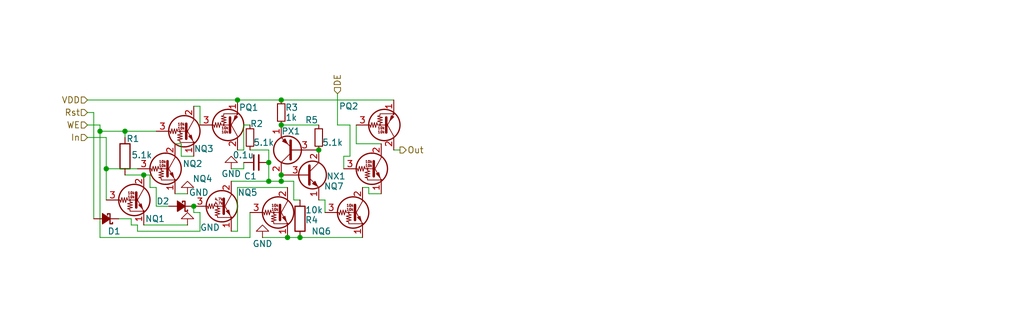
<source format=kicad_sch>
(kicad_sch (version 20250114) (generator "eeschema") (generator_version "9.0")
  (paper "User" 208.077 65.024)
  (title_block (title "SRAM cell for RT-08 Program board") (date "2025-05-24") (company "@7654jp"))
  (lib_symbols
    (symbol "Device:C_Small" (pin_numbers (hide yes)) (pin_names (offset 0.254) (hide yes))
      (property "Reference" "C" (at 0.254 1.778 0))
      (property "Value" "C_Small" (at 0.254 -2.032 0))
      (symbol "C_Small_0_1"
        (polyline (pts (xy -1.524 0.508) (xy 1.524 0.508)) (stroke (width 0.3048)))
        (polyline (pts (xy -1.524 -0.508) (xy 1.524 -0.508)) (stroke (width 0.3302)))
      )
      (symbol "C_Small_1_1"
        (pin passive line (at 0 2.54 270) (length 2.032) (name "~") (number "1"))
        (pin passive line (at 0 -2.54 90) (length 2.032) (name "~") (number "2"))
      )
    )
    (symbol "Device:D_Schottky_Small_Filled" (pin_numbers (hide yes)) (pin_names (offset 0.254) (hide yes))
      (property "Reference" "D" (at -1.27 2.032 0))
      (property "Value" "D_Schottky_Small_Filled" (at -7.112 -2.032 0))
      (symbol "D_Schottky_Small_Filled_0_1"
        (polyline (pts (xy -1.27 0.762) (xy -1.27 1.016) (xy -0.762 1.016) (xy -0.762 -1.016) (xy -0.254 -1.016) (xy -0.254 -0.762)) (stroke (width 0.254)))
        (polyline (pts (xy -0.762 0) (xy 0.762 0)))
        (polyline (pts (xy 0.762 -1.016) (xy -0.762 0) (xy 0.762 1.016) (xy 0.762 -1.016)) (stroke (width 0.254)) (fill (type outline)))
      )
      (symbol "D_Schottky_Small_Filled_1_1"
        (pin passive line (at -2.54 0 0) (length 1.778) (name "K") (number "1"))
        (pin passive line (at 2.54 0 180) (length 1.778) (name "A") (number "2"))
      )
    )
    (symbol "Device:R" (pin_numbers (hide yes)) (pin_names (offset 0))
      (property "Reference" "R" (at 2.032 0 90))
      (property "Value" "R" (at 0 0 90))
      (symbol "R_0_1"
        (rectangle (start -1.016 -2.54) (end 1.016 2.54) (stroke (width 0.254)))
      )
      (symbol "R_1_1"
        (pin passive line (at 0 3.81 270) (length 1.27) (name "~") (number "1"))
        (pin passive line (at 0 -3.81 90) (length 1.27) (name "~") (number "2"))
      )
    )
    (symbol "Device:R_Small" (pin_numbers (hide yes)) (pin_names (offset 0.254) (hide yes))
      (property "Reference" "R" (at 0 0 90))
      (property "Value" "R_Small" (at 1.778 0 90))
      (symbol "R_Small_0_1"
        (rectangle (start -0.762 1.778) (end 0.762 -1.778) (stroke (width 0.2032)))
      )
      (symbol "R_Small_1_1"
        (pin passive line (at 0 2.54 270) (length 0.762) (name "~") (number "1"))
        (pin passive line (at 0 -2.54 90) (length 0.762) (name "~") (number "2"))
      )
    )
    (symbol "YoshLibrary:2SA1015" (pin_names (offset 0) (hide yes))
      (property "Reference" "PX" (at 5.08 1.905 0))
      (property "Value" "2SA1015" (at 5.08 0 0))
      (symbol "2SA1015_0_1"
        (polyline (pts (xy 0.635 1.905) (xy 0.635 -1.905)) (stroke (width 0.508)))
        (polyline (pts (xy 0.635 0.635) (xy 2.54 2.54)))
        (polyline (pts (xy 0.635 -0.635) (xy 2.54 -2.54)))
        (circle (center 1.27 0) (radius 2.8194) (stroke (width 0.254)))
        (polyline (pts (xy 2.286 -1.778) (xy 1.778 -2.286) (xy 1.27 -1.27) (xy 2.286 -1.778)) (fill (type outline)))
      )
      (symbol "2SA1015_1_1"
        (pin input line (at -5.08 0 0) (length 5.715) (name "B") (number "3"))
        (pin passive line (at 2.54 5.08 270) (length 2.54) (name "C") (number "2"))
        (pin passive line (at 2.54 -5.08 90) (length 2.54) (name "E") (number "1"))
      )
    )
    (symbol "YoshLibrary:2SC1815" (pin_names (offset 0) (hide yes))
      (property "Reference" "NX" (at 5.08 1.905 0))
      (property "Value" "2SC1815" (at 5.08 0 0))
      (symbol "2SC1815_0_1"
        (polyline (pts (xy 0.635 1.905) (xy 0.635 -1.905)) (stroke (width 0.508)))
        (circle (center 1.27 0) (radius 2.8194) (stroke (width 0.254)))
      )
      (symbol "2SC1815_1_1"
        (polyline (pts (xy 0.635 0.635) (xy 2.54 2.54)))
        (polyline (pts (xy 0.635 -0.635) (xy 2.54 -2.54)))
        (polyline (pts (xy 1.27 -1.778) (xy 1.778 -1.27) (xy 2.286 -2.286) (xy 1.27 -1.778)) (fill (type outline)))
        (pin input line (at -5.08 0 0) (length 5.715) (name "B") (number "3"))
        (pin passive line (at 2.54 5.08 270) (length 2.54) (name "C") (number "2"))
        (pin passive line (at 2.54 -5.08 90) (length 2.54) (name "E") (number "1"))
      )
    )
    (symbol "YoshLibrary:DTA114E-THT" (pin_names (offset 0) (hide yes))
      (property "Reference" "PQ" (at 2.794 3.556 0))
      (symbol "DTA114E-THT_0_1"
        (polyline (pts (xy -2.286 0) (xy -2.54 0)))
        (circle (center -0.254 0) (radius 0.127))
        (polyline (pts (xy -0.254 0) (xy -0.254 0.381) (xy 0.254 0.508) (xy -0.762 0.762) (xy 0.254 1.016) (xy -0.762 1.27) (xy 0.254 1.524) (xy -0.762 1.778) (xy -0.254 1.905) (xy -0.254 2.286) (xy 2.54 2.286)))
        (arc (start 0.6212 -3.175) (mid -2.54 0) (end 0.6212 3.175) (stroke (width 0.254)))
        (arc (start 0.635 3.175) (mid 3.81 0) (end 0.635 -3.175) (stroke (width 0.254)))
        (polyline (pts (xy 0.762 0) (xy -0.762 0) (xy -0.889 0.508) (xy -1.143 -0.508) (xy -1.397 0.508) (xy -1.651 -0.508) (xy -1.905 0.508) (xy -2.159 -0.508) (xy -2.286 0)))
        (polyline (pts (xy 1.016 1.524) (xy 1.016 -1.524)) (stroke (width 0.508)) (fill (type outline)))
        (polyline (pts (xy 1.27 0) (xy 2.54 2.286)))
        (polyline (pts (xy 2.54 2.286) (xy 2.54 2.54)))
        (circle (center 2.54 2.286) (radius 0.127))
        (polyline (pts (xy 2.54 1.651) (xy 2.032 1.905) (xy 1.778 0.889) (xy 2.54 1.651)) (fill (type outline)))
        (polyline (pts (xy 2.54 -2.286) (xy 1.27 0)))
      )
      (symbol "DTA114E-THT_1_1"
        (text "10k\n10k" (at 0 -1.016 0) (effects (font (size 0.508 0.508))))
        (pin input line (at -5.08 0 0) (length 2.54) (name "B") (number "3"))
        (pin passive line (at 2.54 5.08 270) (length 2.54) (name "E") (number "1"))
        (pin passive line (at 2.54 -5.08 90) (length 2.54) (name "C") (number "2"))
      )
    )
    (symbol "YoshLibrary:DTC114E-THT" (pin_names (offset 0) (hide yes))
      (property "Reference" "NQ" (at -5.588 5.588 0))
      (symbol "DTC114E-THT_0_1"
        (polyline (pts (xy -2.286 0) (xy -2.54 0)))
        (circle (center -0.254 0) (radius 0.127))
        (polyline (pts (xy -0.254 0) (xy -0.254 -0.381) (xy 0.254 -0.508) (xy -0.762 -0.762) (xy 0.254 -1.016) (xy -0.762 -1.27) (xy 0.254 -1.524) (xy -0.762 -1.778) (xy -0.254 -1.905) (xy -0.254 -2.286) (xy 2.54 -2.286)))
        (arc (start 0.6212 -3.175) (mid -2.54 0) (end 0.6212 3.175) (stroke (width 0.254)))
        (arc (start 0.635 3.175) (mid 3.81 0) (end 0.635 -3.175) (stroke (width 0.254)))
        (polyline (pts (xy 0.762 0) (xy -0.762 0) (xy -0.889 0.508) (xy -1.143 -0.508) (xy -1.397 0.508) (xy -1.651 -0.508) (xy -1.905 0.508) (xy -2.159 -0.508) (xy -2.286 0)))
        (polyline (pts (xy 1.016 1.524) (xy 1.016 -1.524)) (stroke (width 0.508)) (fill (type outline)))
        (polyline (pts (xy 1.27 0) (xy 2.54 2.286)))
        (polyline (pts (xy 1.524 -1.016) (xy 2.032 -0.762) (xy 2.286 -1.778) (xy 1.524 -1.016)) (fill (type outline)))
        (polyline (pts (xy 2.54 2.286) (xy 2.54 2.54)))
        (polyline (pts (xy 2.54 -2.286) (xy 1.27 0)))
        (circle (center 2.54 -2.286) (radius 0.127))
      )
      (symbol "DTC114E-THT_1_1"
        (text "10k\n10k" (at 0 1.016 0) (effects (font (size 0.508 0.508))))
        (pin input line (at -5.08 0 0) (length 2.54) (name "B") (number "3"))
        (pin passive line (at 2.54 5.08 270) (length 2.54) (name "C") (number "2"))
        (pin passive line (at 2.54 -5.08 90) (length 2.54) (name "E") (number "1"))
      )
    )
    (symbol "YoshLibrary:DTC143E-THT" (pin_names (offset 0) (hide yes))
      (property "Reference" "NQ" (at -5.08 6.096 0))
      (symbol "DTC143E-THT_0_1"
        (polyline (pts (xy -2.286 0) (xy -2.54 0)))
        (circle (center -0.254 0) (radius 0.127))
        (polyline (pts (xy -0.254 0) (xy -0.254 -0.381) (xy 0.254 -0.508) (xy -0.762 -0.762) (xy 0.254 -1.016) (xy -0.762 -1.27) (xy 0.254 -1.524) (xy -0.762 -1.778) (xy -0.254 -1.905) (xy -0.254 -2.286) (xy 2.54 -2.286)))
        (arc (start 0.6212 -3.175) (mid -2.54 0) (end 0.6212 3.175) (stroke (width 0.254)))
        (arc (start 0.635 3.175) (mid 3.81 0) (end 0.635 -3.175) (stroke (width 0.254)))
        (polyline (pts (xy 0.762 0) (xy -0.762 0) (xy -0.889 0.508) (xy -1.143 -0.508) (xy -1.397 0.508) (xy -1.651 -0.508) (xy -1.905 0.508) (xy -2.159 -0.508) (xy -2.286 0)))
        (polyline (pts (xy 1.016 1.524) (xy 1.016 -1.524)) (stroke (width 0.508)) (fill (type outline)))
        (polyline (pts (xy 1.27 0) (xy 2.54 2.286)))
        (polyline (pts (xy 1.524 -1.016) (xy 2.032 -0.762) (xy 2.286 -1.778) (xy 1.524 -1.016)) (fill (type outline)))
        (polyline (pts (xy 2.54 2.286) (xy 2.54 2.54)))
        (polyline (pts (xy 2.54 -2.286) (xy 1.27 0)))
        (circle (center 2.54 -2.286) (radius 0.127))
      )
      (symbol "DTC143E-THT_1_1"
        (text "4.7k\n4.7k" (at 0 1.016 0) (effects (font (size 0.508 0.508))))
        (pin input line (at -5.08 0 0) (length 2.54) (name "B") (number "3"))
        (pin passive line (at 2.54 5.08 270) (length 2.54) (name "C") (number "2"))
        (pin passive line (at 2.54 -5.08 90) (length 2.54) (name "E") (number "1"))
      )
    )
    (symbol "power:GND" (power) (pin_numbers (hide yes)) (pin_names (offset 0) (hide yes))
      (property "Value" "GND" (at 0 -3.81 0))
      (symbol "GND_0_1"
        (polyline (pts (xy 0 0) (xy 0 -1.27) (xy 1.27 -1.27) (xy 0 -2.54) (xy -1.27 -1.27) (xy 0 -1.27)))
      )
      (symbol "GND_1_1"
        (pin power_in line (at 0 0 270) (length 0) (name "~") (number "1"))
      )
    )
  )
  (junction (at 57.15 25.4))
  (junction (at 57.15 36.83))
  (junction (at 58.42 48.26))
  (junction (at 57.15 35.56))
  (junction (at 54.61 33.02))
  (junction (at 57.15 20.32))
  (junction (at 54.61 36.83))
  (junction (at 29.21 35.56))
  (junction (at 25.4 26.67))
  (junction (at 39.37 41.91))
  (junction (at 21.59 34.29))
  (junction (at 60.96 48.26))
  (junction (at 20.32 26.67))
  (junction (at 48.26 20.32))
  (junction (at 64.77 30.48))
  (wire (pts (xy 77.47 39.37) (xy 74.93 39.37)))
  (wire (pts (xy 17.78 20.32) (xy 48.26 20.32)))
  (wire (pts (xy 21.59 34.29) (xy 27.94 34.29)))
  (wire (pts (xy 26.67 44.45) (xy 26.67 45.72)))
  (wire (pts (xy 72.39 29.21) (xy 77.47 29.21)))
  (wire (pts (xy 66.04 40.64) (xy 66.04 43.18)))
  (wire (pts (xy 48.26 38.1) (xy 58.42 38.1)))
  (wire (pts (xy 40.64 46.99) (xy 40.64 43.18)))
  (wire (pts (xy 17.78 25.4) (xy 20.32 25.4)))
  (wire (pts (xy 54.61 30.48) (xy 54.61 33.02)))
  (wire (pts (xy 30.48 35.56) (xy 29.21 35.56)))
  (wire (pts (xy 49.53 30.48) (xy 49.53 25.4)))
  (wire (pts (xy 46.99 36.83) (xy 54.61 36.83)))
  (wire (pts (xy 39.37 43.18) (xy 40.64 43.18)))
  (wire (pts (xy 59.69 36.83) (xy 59.69 40.64)))
  (wire (pts (xy 21.59 34.29) (xy 21.59 27.94)))
  (wire (pts (xy 64.77 40.64) (xy 66.04 40.64)))
  (wire (pts (xy 19.05 22.86) (xy 19.05 44.45)))
  (wire (pts (xy 74.93 38.1) (xy 73.66 38.1)))
  (wire (pts (xy 25.4 35.56) (xy 29.21 35.56)))
  (wire (pts (xy 48.26 30.48) (xy 49.53 30.48)))
  (wire (pts (xy 58.42 48.26) (xy 60.96 48.26)))
  (wire (pts (xy 38.1 39.37) (xy 35.56 39.37)))
  (wire (pts (xy 25.4 26.67) (xy 31.75 26.67)))
  (wire (pts (xy 69.85 31.75) (xy 71.12 31.75)))
  (wire (pts (xy 46.99 46.99) (xy 48.26 46.99)))
  (wire (pts (xy 20.32 26.67) (xy 25.4 26.67)))
  (wire (pts (xy 50.8 48.26) (xy 50.8 43.18)))
  (wire (pts (xy 57.15 20.32) (xy 80.01 20.32)))
  (wire (pts (xy 20.32 48.26) (xy 50.8 48.26)))
  (wire (pts (xy 50.8 30.48) (xy 54.61 30.48)))
  (wire (pts (xy 21.59 34.29) (xy 21.59 40.64)))
  (wire (pts (xy 49.53 34.29) (xy 49.53 33.02)))
  (wire (pts (xy 68.58 19.05) (xy 68.58 25.4)))
  (wire (pts (xy 53.34 48.26) (xy 58.42 48.26)))
  (wire (pts (xy 59.69 40.64) (xy 60.96 40.64)))
  (wire (pts (xy 36.83 29.21) (xy 36.83 31.75)))
  (wire (pts (xy 30.48 35.56) (xy 30.48 38.1)))
  (wire (pts (xy 17.78 27.94) (xy 21.59 27.94)))
  (wire (pts (xy 29.21 45.72) (xy 38.1 45.72)))
  (wire (pts (xy 25.4 27.94) (xy 25.4 26.67)))
  (wire (pts (xy 20.32 26.67) (xy 20.32 48.26)))
  (wire (pts (xy 24.13 44.45) (xy 26.67 44.45)))
  (wire (pts (xy 48.26 38.1) (xy 48.26 46.99)))
  (wire (pts (xy 74.93 39.37) (xy 74.93 38.1)))
  (wire (pts (xy 60.96 48.26) (xy 73.66 48.26)))
  (wire (pts (xy 31.75 41.91) (xy 34.29 41.91)))
  (wire (pts (xy 72.39 25.4) (xy 72.39 29.21)))
  (wire (pts (xy 69.85 31.75) (xy 69.85 34.29)))
  (wire (pts (xy 49.53 25.4) (xy 50.8 25.4)))
  (wire (pts (xy 48.26 20.32) (xy 57.15 20.32)))
  (wire (pts (xy 30.48 38.1) (xy 31.75 38.1)))
  (wire (pts (xy 35.56 29.21) (xy 36.83 29.21)))
  (wire (pts (xy 54.61 33.02) (xy 54.61 36.83)))
  (wire (pts (xy 26.67 45.72) (xy 27.94 45.72)))
  (wire (pts (xy 39.37 43.18) (xy 39.37 41.91)))
  (wire (pts (xy 80.01 30.48) (xy 81.28 30.48)))
  (wire (pts (xy 54.61 36.83) (xy 57.15 36.83)))
  (wire (pts (xy 40.64 21.59) (xy 40.64 25.4)))
  (wire (pts (xy 57.15 35.56) (xy 57.15 36.83)))
  (wire (pts (xy 20.32 25.4) (xy 20.32 26.67)))
  (wire (pts (xy 27.94 45.72) (xy 27.94 46.99)))
  (wire (pts (xy 46.99 34.29) (xy 49.53 34.29)))
  (wire (pts (xy 39.37 21.59) (xy 40.64 21.59)))
  (wire (pts (xy 27.94 46.99) (xy 40.64 46.99)))
  (wire (pts (xy 59.69 36.83) (xy 57.15 36.83)))
  (wire (pts (xy 71.12 25.4) (xy 71.12 31.75)))
  (wire (pts (xy 31.75 38.1) (xy 31.75 41.91)))
  (wire (pts (xy 68.58 25.4) (xy 71.12 25.4)))
  (wire (pts (xy 57.15 25.4) (xy 64.77 25.4)))
  (wire (pts (xy 17.78 22.86) (xy 19.05 22.86)))
  (wire (pts (xy 36.83 31.75) (xy 39.37 31.75)))
  (hierarchical_label "Out" (shape output) (at 81.28 30.48 0))
  (hierarchical_label "DE" (shape input) (at 68.58 19.05 90))
  (hierarchical_label "VDD" (shape input) (at 17.78 20.32 180))
  (hierarchical_label "In" (shape input) (at 17.78 27.94 180))
  (hierarchical_label "WE" (shape input) (at 17.78 25.4 180))
  (hierarchical_label "Rst" (shape input) (at 17.78 22.86 180))
  (symbol (lib_id "YoshLibrary:DTC114E-THT") (at 26.67 40.64 0) (unit 1)
    (property "Reference" "NQ1" (at 29.464 44.45 0) (effects (justify left)))
    (property "Value" "DTC114E-THT" (effects (hide yes)))
    (property "Footprint" "Package_TO_SOT_THT:TO-92_Inline_Wide" (effects (hide yes)))
    (property "Description" "Digital NPN Transistor, 10k/10k, TO-92" (effects (hide yes)))
    (instances (project "RT08-ProgramBoard" (path "" (reference "NQ1") (unit 1)) (path "" (reference "NQ50") (unit 1)) (path "" (reference "NQ71") (unit 1)) (path "" (reference "NQ22") (unit 1)) (path "" (reference "NQ85") (unit 1)) (path "" (reference "NQ99") (unit 1)) (path "" (reference "NQ29") (unit 1)) (path "" (reference "NQ106") (unit 1)) (path "" (reference "NQ36") (unit 1)) (path "" (reference "NQ92") (unit 1)) (path "" (reference "NQ8") (unit 1)) (path "" (reference "NQ15") (unit 1)) (path "" (reference "NQ43") (unit 1)) (path "" (reference "NQ64") (unit 1)) (path "" (reference "NQ57") (unit 1)) (path "" (reference "NQ78") (unit 1))))
  )
  (symbol (lib_id "YoshLibrary:DTC114E-THT") (at 33.02 34.29 0) (unit 1)
    (property "Reference" "NQ2" (at 37.084 33.274 0) (effects (justify left)))
    (property "Value" "DTC114E-THT" (effects (hide yes)))
    (property "Footprint" "Package_TO_SOT_THT:TO-92_Inline_Wide" (effects (hide yes)))
    (property "Description" "Digital NPN Transistor, 10k/10k, TO-92" (effects (hide yes)))
    (instances (project "RT08-ProgramBoard" (path "" (reference "NQ2") (unit 1)) (path "" (reference "NQ51") (unit 1)) (path "" (reference "NQ72") (unit 1)) (path "" (reference "NQ23") (unit 1)) (path "" (reference "NQ86") (unit 1)) (path "" (reference "NQ100") (unit 1)) (path "" (reference "NQ30") (unit 1)) (path "" (reference "NQ107") (unit 1)) (path "" (reference "NQ37") (unit 1)) (path "" (reference "NQ93") (unit 1)) (path "" (reference "NQ9") (unit 1)) (path "" (reference "NQ16") (unit 1)) (path "" (reference "NQ44") (unit 1)) (path "" (reference "NQ65") (unit 1)) (path "" (reference "NQ58") (unit 1)) (path "" (reference "NQ79") (unit 1))))
  )
  (symbol (lib_id "YoshLibrary:DTC143E-THT") (at 44.45 41.91 0) (unit 1)
    (property "Reference" "NQ4" (at 39.116 36.322 0) (effects (justify left)))
    (property "Value" "DTC143E-THT" (effects (hide yes)))
    (property "Footprint" "Package_TO_SOT_THT:TO-92_Inline_Wide" (effects (hide yes)))
    (property "Description" "Digital NPN Transistor, 4.7k/4.7k, TO-92" (effects (hide yes)))
    (instances (project "RT08-ProgramBoard" (path "" (reference "NQ4") (unit 1)) (path "" (reference "NQ53") (unit 1)) (path "" (reference "NQ74") (unit 1)) (path "" (reference "NQ25") (unit 1)) (path "" (reference "NQ88") (unit 1)) (path "" (reference "NQ102") (unit 1)) (path "" (reference "NQ32") (unit 1)) (path "" (reference "NQ109") (unit 1)) (path "" (reference "NQ39") (unit 1)) (path "" (reference "NQ95") (unit 1)) (path "" (reference "NQ11") (unit 1)) (path "" (reference "NQ18") (unit 1)) (path "" (reference "NQ46") (unit 1)) (path "" (reference "NQ67") (unit 1)) (path "" (reference "NQ60") (unit 1)) (path "" (reference "NQ81") (unit 1))))
  )
  (symbol (lib_id "power:GND") (at 53.34 48.26 0) (mirror x) (unit 1)
    (property "Reference" "#PWR06" (effects (hide yes)))
    (property "Value" "GND" (at 53.34 49.53 0))
    (property "Description" "Power symbol creates a global label with name \"GND\" , ground" (effects (hide yes)))
    (instances (project "RT08-ProgramBoard" (path "" (reference "#PWR06") (unit 1)) (path "" (reference "#PWR034") (unit 1)) (path "" (reference "#PWR0110") (unit 1)) (path "" (reference "#PWR018") (unit 1)) (path "" (reference "#PWR0118") (unit 1)) (path "" (reference "#PWR0126") (unit 1)) (path "" (reference "#PWR022") (unit 1)) (path "" (reference "#PWR0130") (unit 1)) (path "" (reference "#PWR026") (unit 1)) (path "" (reference "#PWR0122") (unit 1)) (path "" (reference "#PWR010") (unit 1)) (path "" (reference "#PWR014") (unit 1)) (path "" (reference "#PWR030") (unit 1)) (path "" (reference "#PWR0106") (unit 1)) (path "" (reference "#PWR0102") (unit 1)) (path "" (reference "#PWR0114") (unit 1))))
  )
  (symbol (lib_id "Device:C_Small") (at 52.07 33.02 90) (unit 1)
    (property "Reference" "C1" (at 49.53 35.814 90) (effects (justify right)))
    (property "Value" "0.1u" (at 47.244 31.496 90) (effects (justify right)))
    (property "Footprint" "Capacitor_THT:C_Disc_D3.0mm_W2.0mm_P2.50mm" (effects (hide yes)))
    (property "Description" "Unpolarized capacitor, small symbol" (effects (hide yes)))
    (instances (project "RT08-ProgramBoard" (path "" (reference "C1") (unit 1)) (path "" (reference "C8") (unit 1)) (path "" (reference "C11") (unit 1)) (path "" (reference "C4") (unit 1)) (path "" (reference "C13") (unit 1)) (path "" (reference "C15") (unit 1)) (path "" (reference "C5") (unit 1)) (path "" (reference "C16") (unit 1)) (path "" (reference "C6") (unit 1)) (path "" (reference "C14") (unit 1)) (path "" (reference "C2") (unit 1)) (path "" (reference "C3") (unit 1)) (path "" (reference "C7") (unit 1)) (path "" (reference "C10") (unit 1)) (path "" (reference "C9") (unit 1)) (path "" (reference "C12") (unit 1))))
  )
  (symbol (lib_id "YoshLibrary:DTC114E-THT") (at 36.83 26.67 0) (unit 1)
    (property "Reference" "NQ3" (at 39.37 30.226 0) (effects (justify left)))
    (property "Value" "DTC114E-THT" (effects (hide yes)))
    (property "Footprint" "Package_TO_SOT_THT:TO-92_Inline_Wide" (effects (hide yes)))
    (property "Description" "Digital NPN Transistor, 10k/10k, TO-92" (effects (hide yes)))
    (instances (project "RT08-ProgramBoard" (path "" (reference "NQ3") (unit 1)) (path "" (reference "NQ52") (unit 1)) (path "" (reference "NQ73") (unit 1)) (path "" (reference "NQ24") (unit 1)) (path "" (reference "NQ87") (unit 1)) (path "" (reference "NQ101") (unit 1)) (path "" (reference "NQ31") (unit 1)) (path "" (reference "NQ108") (unit 1)) (path "" (reference "NQ38") (unit 1)) (path "" (reference "NQ94") (unit 1)) (path "" (reference "NQ10") (unit 1)) (path "" (reference "NQ17") (unit 1)) (path "" (reference "NQ45") (unit 1)) (path "" (reference "NQ66") (unit 1)) (path "" (reference "NQ59") (unit 1)) (path "" (reference "NQ80") (unit 1))))
  )
  (symbol (lib_id "YoshLibrary:DTC114E-THT") (at 71.12 43.18 0) (unit 1)
    (property "Reference" "NQ6" (at 63.246 46.99 0) (effects (justify left)))
    (property "Value" "DTC114E-THT" (effects (hide yes)))
    (property "Footprint" "Package_TO_SOT_THT:TO-92_Inline_Wide" (effects (hide yes)))
    (property "Description" "Digital NPN Transistor, 10k/10k, TO-92" (effects (hide yes)))
    (instances (project "RT08-ProgramBoard" (path "" (reference "NQ6") (unit 1)) (path "" (reference "NQ55") (unit 1)) (path "" (reference "NQ76") (unit 1)) (path "" (reference "NQ27") (unit 1)) (path "" (reference "NQ90") (unit 1)) (path "" (reference "NQ104") (unit 1)) (path "" (reference "NQ34") (unit 1)) (path "" (reference "NQ111") (unit 1)) (path "" (reference "NQ41") (unit 1)) (path "" (reference "NQ97") (unit 1)) (path "" (reference "NQ13") (unit 1)) (path "" (reference "NQ20") (unit 1)) (path "" (reference "NQ48") (unit 1)) (path "" (reference "NQ69") (unit 1)) (path "" (reference "NQ62") (unit 1)) (path "" (reference "NQ83") (unit 1))))
  )
  (symbol (lib_id "YoshLibrary:DTA114E-THT") (at 77.47 25.4 0) (unit 1)
    (property "Reference" "PQ2" (at 68.834 21.59 0) (effects (justify left)))
    (property "Value" "DTA114E-THT" (effects (hide yes)))
    (property "Footprint" "Package_TO_SOT_THT:TO-92_Inline_Wide" (effects (hide yes)))
    (property "Description" "Digital PNP Transistor, 10k/10k, TO-92" (effects (hide yes)))
    (instances (project "RT08-ProgramBoard" (path "" (reference "PQ2") (unit 1)) (path "" (reference "PQ16") (unit 1)) (path "" (reference "PQ22") (unit 1)) (path "" (reference "PQ8") (unit 1)) (path "" (reference "PQ26") (unit 1)) (path "" (reference "PQ30") (unit 1)) (path "" (reference "PQ10") (unit 1)) (path "" (reference "PQ32") (unit 1)) (path "" (reference "PQ12") (unit 1)) (path "" (reference "PQ28") (unit 1)) (path "" (reference "PQ4") (unit 1)) (path "" (reference "PQ6") (unit 1)) (path "" (reference "PQ14") (unit 1)) (path "" (reference "PQ20") (unit 1)) (path "" (reference "PQ18") (unit 1)) (path "" (reference "PQ24") (unit 1))))
  )
  (symbol (lib_id "Device:R_Small") (at 57.15 22.86 0) (mirror x) (unit 1)
    (property "Reference" "R3" (at 57.912 21.844 0) (effects (justify left)))
    (property "Value" "1k" (at 59.182 23.876 0))
    (property "Footprint" "YoshLibrary:R_Axial_DIN0207_L6.3mm_D2.5mm_P7.62mm_Horizontal" (effects (hide yes)))
    (property "Description" "Resistor, small symbol" (effects (hide yes)))
    (instances (project "RT08-ProgramBoard" (path "" (reference "R3") (unit 1)) (path "" (reference "R38") (unit 1)) (path "" (reference "R53") (unit 1)) (path "" (reference "R18") (unit 1)) (path "" (reference "R63") (unit 1)) (path "" (reference "R73") (unit 1)) (path "" (reference "R23") (unit 1)) (path "" (reference "R78") (unit 1)) (path "" (reference "R28") (unit 1)) (path "" (reference "R68") (unit 1)) (path "" (reference "R8") (unit 1)) (path "" (reference "R13") (unit 1)) (path "" (reference "R33") (unit 1)) (path "" (reference "R48") (unit 1)) (path "" (reference "R43") (unit 1)) (path "" (reference "R58") (unit 1))))
  )
  (symbol (lib_id "power:GND") (at 46.99 34.29 0) (mirror x) (unit 1)
    (property "Reference" "#PWR05" (effects (hide yes)))
    (property "Value" "GND" (at 46.99 35.306 0))
    (property "Description" "Power symbol creates a global label with name \"GND\" , ground" (effects (hide yes)))
    (instances (project "RT08-ProgramBoard" (path "" (reference "#PWR05") (unit 1)) (path "" (reference "#PWR033") (unit 1)) (path "" (reference "#PWR0111") (unit 1)) (path "" (reference "#PWR017") (unit 1)) (path "" (reference "#PWR0119") (unit 1)) (path "" (reference "#PWR0127") (unit 1)) (path "" (reference "#PWR021") (unit 1)) (path "" (reference "#PWR0131") (unit 1)) (path "" (reference "#PWR025") (unit 1)) (path "" (reference "#PWR0123") (unit 1)) (path "" (reference "#PWR09") (unit 1)) (path "" (reference "#PWR013") (unit 1)) (path "" (reference "#PWR029") (unit 1)) (path "" (reference "#PWR0107") (unit 1)) (path "" (reference "#PWR0103") (unit 1)) (path "" (reference "#PWR0115") (unit 1))))
  )
  (symbol (lib_id "YoshLibrary:DTC114E-THT") (at 55.88 43.18 0) (unit 1)
    (property "Reference" "NQ5" (at 48.26 39.116 0) (effects (justify left)))
    (property "Value" "DTC114E-THT" (effects (hide yes)))
    (property "Footprint" "Package_TO_SOT_THT:TO-92_Inline_Wide" (effects (hide yes)))
    (property "Description" "Digital NPN Transistor, 10k/10k, TO-92" (effects (hide yes)))
    (instances (project "RT08-ProgramBoard" (path "" (reference "NQ5") (unit 1)) (path "" (reference "NQ54") (unit 1)) (path "" (reference "NQ75") (unit 1)) (path "" (reference "NQ26") (unit 1)) (path "" (reference "NQ89") (unit 1)) (path "" (reference "NQ103") (unit 1)) (path "" (reference "NQ33") (unit 1)) (path "" (reference "NQ110") (unit 1)) (path "" (reference "NQ40") (unit 1)) (path "" (reference "NQ96") (unit 1)) (path "" (reference "NQ12") (unit 1)) (path "" (reference "NQ19") (unit 1)) (path "" (reference "NQ47") (unit 1)) (path "" (reference "NQ68") (unit 1)) (path "" (reference "NQ61") (unit 1)) (path "" (reference "NQ82") (unit 1))))
  )
  (symbol (lib_id "Device:D_Schottky_Small_Filled") (at 36.83 41.91 180) (unit 1)
    (property "Reference" "D2" (at 31.75 40.894 0) (effects (justify right)))
    (property "Value" "Schottky" (effects (hide yes)))
    (property "Footprint" "Diode_THT:D_DO-35_SOD27_P7.62mm_Horizontal" (effects (hide yes)))
    (property "Description" "Schottky diode, small symbol, filled shape" (effects (hide yes)))
    (instances (project "RT08-ProgramBoard" (path "" (reference "D2") (unit 1)) (path "" (reference "D16") (unit 1)) (path "" (reference "D22") (unit 1)) (path "" (reference "D8") (unit 1)) (path "" (reference "D26") (unit 1)) (path "" (reference "D30") (unit 1)) (path "" (reference "D10") (unit 1)) (path "" (reference "D32") (unit 1)) (path "" (reference "D12") (unit 1)) (path "" (reference "D28") (unit 1)) (path "" (reference "D4") (unit 1)) (path "" (reference "D6") (unit 1)) (path "" (reference "D14") (unit 1)) (path "" (reference "D20") (unit 1)) (path "" (reference "D18") (unit 1)) (path "" (reference "D24") (unit 1))))
  )
  (symbol (lib_id "Device:D_Schottky_Small_Filled") (at 21.59 44.45 180) (unit 1)
    (property "Reference" "D1" (at 21.844 46.99 0) (effects (justify right)))
    (property "Value" "Schottky" (effects (hide yes)))
    (property "Footprint" "Diode_THT:D_DO-35_SOD27_P7.62mm_Horizontal" (effects (hide yes)))
    (property "Description" "Schottky diode, small symbol, filled shape" (effects (hide yes)))
    (instances (project "RT08-ProgramBoard" (path "" (reference "D1") (unit 1)) (path "" (reference "D15") (unit 1)) (path "" (reference "D21") (unit 1)) (path "" (reference "D7") (unit 1)) (path "" (reference "D25") (unit 1)) (path "" (reference "D29") (unit 1)) (path "" (reference "D9") (unit 1)) (path "" (reference "D31") (unit 1)) (path "" (reference "D11") (unit 1)) (path "" (reference "D27") (unit 1)) (path "" (reference "D3") (unit 1)) (path "" (reference "D5") (unit 1)) (path "" (reference "D13") (unit 1)) (path "" (reference "D19") (unit 1)) (path "" (reference "D17") (unit 1)) (path "" (reference "D23") (unit 1))))
  )
  (symbol (lib_id "YoshLibrary:2SA1015") (at 59.69 30.48 180) (unit 1)
    (property "Reference" "PX1" (at 57.15 26.67 0) (effects (justify right)))
    (property "Value" "2SA1015" (effects (hide yes)))
    (property "Footprint" "Package_TO_SOT_THT:TO-92_Inline_Wide" (effects (hide yes)))
    (property "Datasheet" "http://www.datasheetcatalog.org/datasheet/toshiba/905.pdf" (effects (hide yes)))
    (property "Description" "-0.15A Ic, -50V Vce, Low Noise Audio PNP Transistor, TO-92" (effects (hide yes)))
    (instances (project "RT08-ProgramBoard" (path "" (reference "PX1") (unit 1)) (path "" (reference "PX8") (unit 1)) (path "" (reference "PX11") (unit 1)) (path "" (reference "PX4") (unit 1)) (path "" (reference "PX13") (unit 1)) (path "" (reference "PX15") (unit 1)) (path "" (reference "PX5") (unit 1)) (path "" (reference "PX16") (unit 1)) (path "" (reference "PX6") (unit 1)) (path "" (reference "PX14") (unit 1)) (path "" (reference "PX2") (unit 1)) (path "" (reference "PX3") (unit 1)) (path "" (reference "PX7") (unit 1)) (path "" (reference "PX10") (unit 1)) (path "" (reference "PX9") (unit 1)) (path "" (reference "PX12") (unit 1))))
  )
  (symbol (lib_id "YoshLibrary:DTA114E-THT") (at 45.72 25.4 0) (unit 1)
    (property "Reference" "PQ1" (at 48.514 21.844 0) (effects (justify left)))
    (property "Value" "DTA114E-THT" (effects (hide yes)))
    (property "Footprint" "Package_TO_SOT_THT:TO-92_Inline_Wide" (effects (hide yes)))
    (property "Description" "Digital PNP Transistor, 10k/10k, TO-92" (effects (hide yes)))
    (instances (project "RT08-ProgramBoard" (path "" (reference "PQ1") (unit 1)) (path "" (reference "PQ15") (unit 1)) (path "" (reference "PQ21") (unit 1)) (path "" (reference "PQ7") (unit 1)) (path "" (reference "PQ25") (unit 1)) (path "" (reference "PQ29") (unit 1)) (path "" (reference "PQ9") (unit 1)) (path "" (reference "PQ31") (unit 1)) (path "" (reference "PQ11") (unit 1)) (path "" (reference "PQ27") (unit 1)) (path "" (reference "PQ3") (unit 1)) (path "" (reference "PQ5") (unit 1)) (path "" (reference "PQ13") (unit 1)) (path "" (reference "PQ19") (unit 1)) (path "" (reference "PQ17") (unit 1)) (path "" (reference "PQ23") (unit 1))))
  )
  (symbol (lib_id "Device:R") (at 60.96 44.45 0) (unit 1)
    (property "Reference" "R4" (at 61.976 44.704 0) (effects (justify left)))
    (property "Value" "10k" (at 61.976 42.672 0) (effects (justify left)))
    (property "Footprint" "YoshLibrary:R_Axial_DIN0207_L6.3mm_D2.5mm_P7.62mm_Horizontal" (effects (hide yes)))
    (property "Description" "Resistor" (effects (hide yes)))
    (instances (project "RT08-ProgramBoard" (path "" (reference "R4") (unit 1)) (path "" (reference "R39") (unit 1)) (path "" (reference "R54") (unit 1)) (path "" (reference "R19") (unit 1)) (path "" (reference "R64") (unit 1)) (path "" (reference "R74") (unit 1)) (path "" (reference "R24") (unit 1)) (path "" (reference "R79") (unit 1)) (path "" (reference "R29") (unit 1)) (path "" (reference "R69") (unit 1)) (path "" (reference "R9") (unit 1)) (path "" (reference "R14") (unit 1)) (path "" (reference "R34") (unit 1)) (path "" (reference "R49") (unit 1)) (path "" (reference "R44") (unit 1)) (path "" (reference "R59") (unit 1))))
  )
  (symbol (lib_id "YoshLibrary:2SC1815") (at 62.23 35.56 0) (unit 1)
    (property "Reference" "NX1" (at 66.294 35.814 0) (effects (justify left)))
    (property "Value" "2SC1815" (effects (hide yes)))
    (property "Footprint" "Package_TO_SOT_THT:TO-92_Inline_Wide" (effects (hide yes)))
    (property "Datasheet" "https://media.digikey.com/pdf/Data%20Sheets/Toshiba%20PDFs/2SC1815.pdf" (effects (hide yes)))
    (property "Description" "0.15A Ic, 50V Vce, Low Noise Audio NPN Transistor, TO-92" (effects (hide yes)))
    (instances (project "RT08-ProgramBoard" (path "" (reference "NX1") (unit 1)) (path "" (reference "NX8") (unit 1)) (path "" (reference "NX11") (unit 1)) (path "" (reference "NX4") (unit 1)) (path "" (reference "NX13") (unit 1)) (path "" (reference "NX15") (unit 1)) (path "" (reference "NX5") (unit 1)) (path "" (reference "NX16") (unit 1)) (path "" (reference "NX6") (unit 1)) (path "" (reference "NX14") (unit 1)) (path "" (reference "NX2") (unit 1)) (path "" (reference "NX3") (unit 1)) (path "" (reference "NX7") (unit 1)) (path "" (reference "NX10") (unit 1)) (path "" (reference "NX9") (unit 1)) (path "" (reference "NX12") (unit 1))))
  )
  (symbol (lib_id "Device:R_Small") (at 64.77 27.94 0) (mirror x) (unit 1)
    (property "Reference" "R5" (at 61.976 24.384 0) (effects (justify left)))
    (property "Value" "5.1k" (at 67.564 28.956 0))
    (property "Footprint" "YoshLibrary:R_Axial_DIN0207_L6.3mm_D2.5mm_P7.62mm_Horizontal" (effects (hide yes)))
    (property "Description" "Resistor, small symbol" (effects (hide yes)))
    (instances (project "RT08-ProgramBoard" (path "" (reference "R5") (unit 1)) (path "" (reference "R40") (unit 1)) (path "" (reference "R55") (unit 1)) (path "" (reference "R20") (unit 1)) (path "" (reference "R65") (unit 1)) (path "" (reference "R75") (unit 1)) (path "" (reference "R25") (unit 1)) (path "" (reference "R80") (unit 1)) (path "" (reference "R30") (unit 1)) (path "" (reference "R70") (unit 1)) (path "" (reference "R10") (unit 1)) (path "" (reference "R15") (unit 1)) (path "" (reference "R35") (unit 1)) (path "" (reference "R50") (unit 1)) (path "" (reference "R45") (unit 1)) (path "" (reference "R60") (unit 1))))
  )
  (symbol (lib_id "Device:R_Small") (at 50.8 27.94 0) (mirror x) (unit 1)
    (property "Reference" "R2" (at 50.8 25.146 0) (effects (justify left)))
    (property "Value" "5.1k" (at 53.594 28.956 0))
    (property "Footprint" "YoshLibrary:R_Axial_DIN0207_L6.3mm_D2.5mm_P7.62mm_Horizontal" (effects (hide yes)))
    (property "Description" "Resistor, small symbol" (effects (hide yes)))
    (instances (project "RT08-ProgramBoard" (path "" (reference "R2") (unit 1)) (path "" (reference "R37") (unit 1)) (path "" (reference "R52") (unit 1)) (path "" (reference "R17") (unit 1)) (path "" (reference "R62") (unit 1)) (path "" (reference "R72") (unit 1)) (path "" (reference "R22") (unit 1)) (path "" (reference "R77") (unit 1)) (path "" (reference "R27") (unit 1)) (path "" (reference "R67") (unit 1)) (path "" (reference "R7") (unit 1)) (path "" (reference "R12") (unit 1)) (path "" (reference "R32") (unit 1)) (path "" (reference "R47") (unit 1)) (path "" (reference "R42") (unit 1)) (path "" (reference "R57") (unit 1))))
  )
  (symbol (lib_id "power:GND") (at 38.1 45.72 180) (unit 1)
    (property "Reference" "#PWR04" (effects (hide yes)))
    (property "Value" "GND" (at 42.672 46.228 0))
    (property "Description" "Power symbol creates a global label with name \"GND\" , ground" (effects (hide yes)))
    (instances (project "RT08-ProgramBoard" (path "" (reference "#PWR04") (unit 1)) (path "" (reference "#PWR032") (unit 1)) (path "" (reference "#PWR0109") (unit 1)) (path "" (reference "#PWR016") (unit 1)) (path "" (reference "#PWR0117") (unit 1)) (path "" (reference "#PWR0125") (unit 1)) (path "" (reference "#PWR020") (unit 1)) (path "" (reference "#PWR0129") (unit 1)) (path "" (reference "#PWR024") (unit 1)) (path "" (reference "#PWR0121") (unit 1)) (path "" (reference "#PWR08") (unit 1)) (path "" (reference "#PWR012") (unit 1)) (path "" (reference "#PWR028") (unit 1)) (path "" (reference "#PWR0105") (unit 1)) (path "" (reference "#PWR0101") (unit 1)) (path "" (reference "#PWR0113") (unit 1))))
  )
  (symbol (lib_id "YoshLibrary:DTC114E-THT") (at 74.93 34.29 0) (unit 1)
    (property "Reference" "NQ7" (at 65.786 37.846 0) (effects (justify left)))
    (property "Value" "DTC114E-THT" (effects (hide yes)))
    (property "Footprint" "Package_TO_SOT_THT:TO-92_Inline_Wide" (effects (hide yes)))
    (property "Description" "Digital NPN Transistor, 10k/10k, TO-92" (effects (hide yes)))
    (instances (project "RT08-ProgramBoard" (path "" (reference "NQ7") (unit 1)) (path "" (reference "NQ56") (unit 1)) (path "" (reference "NQ77") (unit 1)) (path "" (reference "NQ28") (unit 1)) (path "" (reference "NQ91") (unit 1)) (path "" (reference "NQ105") (unit 1)) (path "" (reference "NQ35") (unit 1)) (path "" (reference "NQ112") (unit 1)) (path "" (reference "NQ42") (unit 1)) (path "" (reference "NQ98") (unit 1)) (path "" (reference "NQ14") (unit 1)) (path "" (reference "NQ21") (unit 1)) (path "" (reference "NQ49") (unit 1)) (path "" (reference "NQ70") (unit 1)) (path "" (reference "NQ63") (unit 1)) (path "" (reference "NQ84") (unit 1))))
  )
  (symbol (lib_id "Device:R") (at 25.4 31.75 0) (mirror y) (unit 1)
    (property "Reference" "R1" (at 25.654 28.194 0) (effects (justify right)))
    (property "Value" "5.1k" (at 26.67 31.496 0) (effects (justify right)))
    (property "Footprint" "YoshLibrary:R_Axial_DIN0207_L6.3mm_D2.5mm_P7.62mm_Horizontal" (effects (hide yes)))
    (property "Description" "Resistor" (effects (hide yes)))
    (instances (project "RT08-ProgramBoard" (path "" (reference "R1") (unit 1)) (path "" (reference "R36") (unit 1)) (path "" (reference "R51") (unit 1)) (path "" (reference "R16") (unit 1)) (path "" (reference "R61") (unit 1)) (path "" (reference "R71") (unit 1)) (path "" (reference "R21") (unit 1)) (path "" (reference "R76") (unit 1)) (path "" (reference "R26") (unit 1)) (path "" (reference "R66") (unit 1)) (path "" (reference "R6") (unit 1)) (path "" (reference "R11") (unit 1)) (path "" (reference "R31") (unit 1)) (path "" (reference "R46") (unit 1)) (path "" (reference "R41") (unit 1)) (path "" (reference "R56") (unit 1))))
  )
  (symbol (lib_id "power:GND") (at 38.1 39.37 180) (unit 1)
    (property "Reference" "#PWR03" (effects (hide yes)))
    (property "Value" "GND" (at 40.386 39.116 0))
    (property "Description" "Power symbol creates a global label with name \"GND\" , ground" (effects (hide yes)))
    (instances (project "RT08-ProgramBoard" (path "" (reference "#PWR03") (unit 1)) (path "" (reference "#PWR031") (unit 1)) (path "" (reference "#PWR0112") (unit 1)) (path "" (reference "#PWR015") (unit 1)) (path "" (reference "#PWR0120") (unit 1)) (path "" (reference "#PWR0128") (unit 1)) (path "" (reference "#PWR019") (unit 1)) (path "" (reference "#PWR0132") (unit 1)) (path "" (reference "#PWR023") (unit 1)) (path "" (reference "#PWR0124") (unit 1)) (path "" (reference "#PWR07") (unit 1)) (path "" (reference "#PWR011") (unit 1)) (path "" (reference "#PWR027") (unit 1)) (path "" (reference "#PWR0108") (unit 1)) (path "" (reference "#PWR0104") (unit 1)) (path "" (reference "#PWR0116") (unit 1))))
  )
)
</source>
